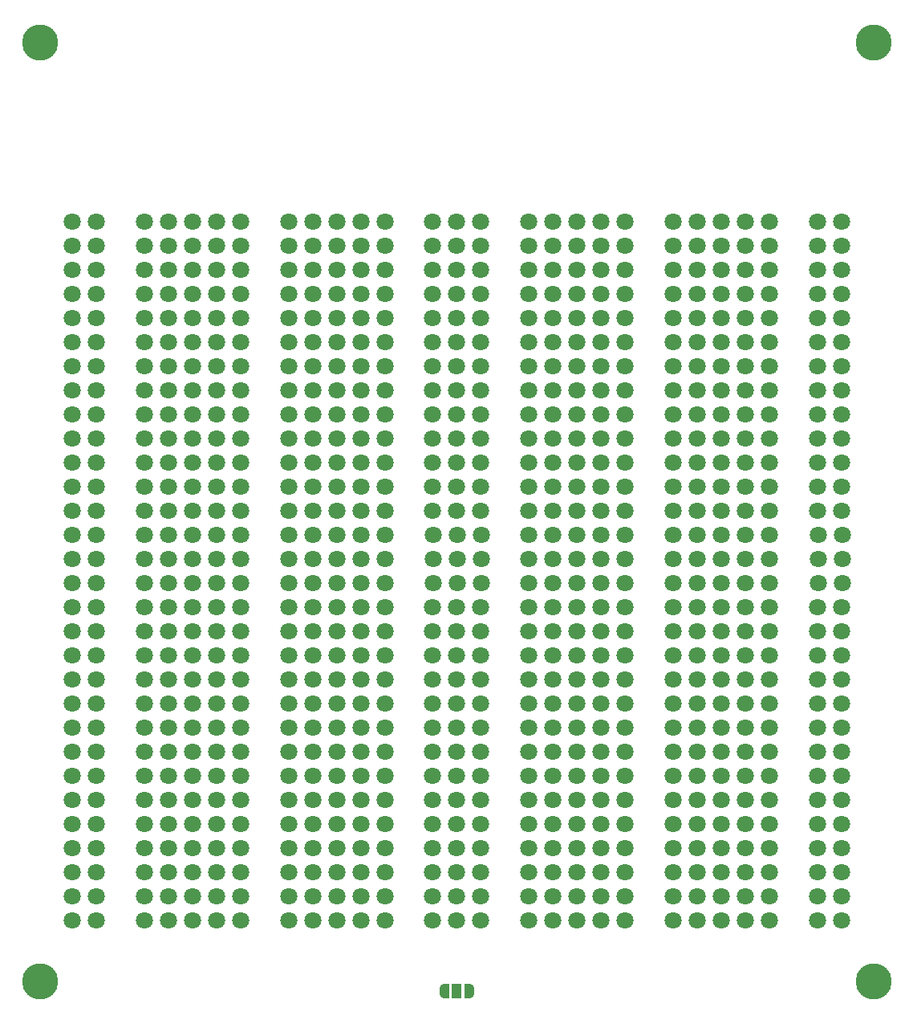
<source format=gts>
G04 #@! TF.GenerationSoftware,KiCad,Pcbnew,8.0.2*
G04 #@! TF.CreationDate,2024-08-26T09:48:12-06:00*
G04 #@! TF.ProjectId,Perfboard_1_Horizontal,50657266-626f-4617-9264-5f315f486f72,rev?*
G04 #@! TF.SameCoordinates,Original*
G04 #@! TF.FileFunction,Soldermask,Top*
G04 #@! TF.FilePolarity,Negative*
%FSLAX46Y46*%
G04 Gerber Fmt 4.6, Leading zero omitted, Abs format (unit mm)*
G04 Created by KiCad (PCBNEW 8.0.2) date 2024-08-26 09:48:12*
%MOMM*%
%LPD*%
G01*
G04 APERTURE LIST*
G04 Aperture macros list*
%AMFreePoly0*
4,1,19,0.550000,-0.750000,0.000000,-0.750000,0.000000,-0.744911,-0.071157,-0.744911,-0.207708,-0.704816,-0.327430,-0.627875,-0.420627,-0.520320,-0.479746,-0.390866,-0.500000,-0.250000,-0.500000,0.250000,-0.479746,0.390866,-0.420627,0.520320,-0.327430,0.627875,-0.207708,0.704816,-0.071157,0.744911,0.000000,0.744911,0.000000,0.750000,0.550000,0.750000,0.550000,-0.750000,0.550000,-0.750000,
$1*%
%AMFreePoly1*
4,1,19,0.000000,0.744911,0.071157,0.744911,0.207708,0.704816,0.327430,0.627875,0.420627,0.520320,0.479746,0.390866,0.500000,0.250000,0.500000,-0.250000,0.479746,-0.390866,0.420627,-0.520320,0.327430,-0.627875,0.207708,-0.704816,0.071157,-0.744911,0.000000,-0.744911,0.000000,-0.750000,-0.550000,-0.750000,-0.550000,0.750000,0.000000,0.750000,0.000000,0.744911,0.000000,0.744911,
$1*%
G04 Aperture macros list end*
%ADD10C,1.803200*%
%ADD11FreePoly0,0.000000*%
%ADD12R,1.000000X1.500000*%
%ADD13FreePoly1,0.000000*%
%ADD14C,2.600000*%
%ADD15C,3.800000*%
G04 APERTURE END LIST*
D10*
X160700000Y-124000000D03*
X135360000Y-126540000D03*
X137900000Y-78280000D03*
X165780000Y-78280000D03*
X188640000Y-80820000D03*
X158160000Y-52880000D03*
X132820000Y-106220000D03*
X148000000Y-83360000D03*
X120120000Y-57960000D03*
X145460000Y-55420000D03*
X140440000Y-85900000D03*
X109960000Y-101140000D03*
X125200000Y-78280000D03*
X115040000Y-70660000D03*
X181020000Y-118920000D03*
X163240000Y-68120000D03*
X181020000Y-65580000D03*
X137900000Y-118920000D03*
X163240000Y-90980000D03*
X186100000Y-55420000D03*
X122660000Y-121460000D03*
X120120000Y-75740000D03*
X122660000Y-60500000D03*
X117580000Y-124000000D03*
X148000000Y-55420000D03*
X132820000Y-108760000D03*
X155620000Y-75740000D03*
X163240000Y-113840000D03*
X107420000Y-80820000D03*
X145520000Y-90980000D03*
X170860000Y-63040000D03*
X155620000Y-55420000D03*
X122660000Y-70660000D03*
X122660000Y-118920000D03*
X186100000Y-78280000D03*
X188640000Y-113840000D03*
X181020000Y-106220000D03*
X178480000Y-126540000D03*
X173400000Y-126540000D03*
X117580000Y-73200000D03*
X120120000Y-111300000D03*
X135360000Y-106220000D03*
X132820000Y-57960000D03*
X155620000Y-108760000D03*
X150540000Y-80820000D03*
X132820000Y-68120000D03*
X137900000Y-88440000D03*
X137900000Y-106220000D03*
X120120000Y-101140000D03*
X148060000Y-90980000D03*
X107420000Y-108760000D03*
X115040000Y-52880000D03*
X109960000Y-70660000D03*
X150600000Y-85900000D03*
X188640000Y-116380000D03*
X173400000Y-101140000D03*
X160700000Y-57960000D03*
X188640000Y-124000000D03*
X178480000Y-101140000D03*
X117580000Y-75740000D03*
X150540000Y-124000000D03*
X150540000Y-116380000D03*
X158160000Y-75740000D03*
X186100000Y-70660000D03*
X188640000Y-63040000D03*
X132820000Y-103680000D03*
X158160000Y-101140000D03*
X137900000Y-113840000D03*
X117580000Y-85900000D03*
X165780000Y-83360000D03*
X148000000Y-121460000D03*
X120120000Y-60500000D03*
X122660000Y-52880000D03*
X122660000Y-75740000D03*
X120120000Y-90980000D03*
X155620000Y-93520000D03*
X150540000Y-93520000D03*
X130280000Y-108760000D03*
X125200000Y-103680000D03*
X115040000Y-88440000D03*
X109960000Y-80820000D03*
X122660000Y-85900000D03*
X165780000Y-124000000D03*
X125200000Y-121460000D03*
X125200000Y-68120000D03*
X120120000Y-113840000D03*
X188640000Y-96060000D03*
X150540000Y-113840000D03*
X178480000Y-75740000D03*
X163240000Y-121460000D03*
X145460000Y-70660000D03*
X140440000Y-52880000D03*
X178480000Y-93520000D03*
X117580000Y-63040000D03*
X122660000Y-96060000D03*
X170860000Y-55420000D03*
X186100000Y-118920000D03*
X107420000Y-126540000D03*
X148000000Y-52880000D03*
X137900000Y-75740000D03*
X148000000Y-103680000D03*
X165780000Y-93520000D03*
X120120000Y-116380000D03*
X137900000Y-90980000D03*
X165780000Y-57960000D03*
X173400000Y-68120000D03*
X120120000Y-88440000D03*
X109960000Y-63040000D03*
X150540000Y-111300000D03*
X178480000Y-121460000D03*
X178480000Y-106220000D03*
X109960000Y-73200000D03*
X181020000Y-90980000D03*
X158160000Y-80820000D03*
X125200000Y-98600000D03*
X160700000Y-118920000D03*
X135360000Y-80820000D03*
X178480000Y-63040000D03*
X145460000Y-63040000D03*
X109960000Y-60500000D03*
X130280000Y-73200000D03*
X175940000Y-70660000D03*
X132820000Y-73200000D03*
X158160000Y-85900000D03*
X163240000Y-70660000D03*
X135360000Y-118920000D03*
X135360000Y-70660000D03*
X186100000Y-96060000D03*
X109960000Y-124000000D03*
X135360000Y-96060000D03*
X188640000Y-57960000D03*
X135360000Y-98600000D03*
X186100000Y-75740000D03*
X140440000Y-70660000D03*
X122660000Y-108760000D03*
X173400000Y-75740000D03*
X188640000Y-83360000D03*
X163240000Y-83360000D03*
X175940000Y-85900000D03*
X115040000Y-111300000D03*
X132820000Y-88440000D03*
X117580000Y-55420000D03*
X140440000Y-98600000D03*
X158160000Y-93520000D03*
X170860000Y-65580000D03*
X150540000Y-121460000D03*
X130280000Y-106220000D03*
X130280000Y-70660000D03*
X122660000Y-57960000D03*
X135360000Y-65580000D03*
X148000000Y-78280000D03*
X137900000Y-101140000D03*
X120120000Y-63040000D03*
X145460000Y-106220000D03*
X160700000Y-55420000D03*
X181020000Y-73200000D03*
X145460000Y-126540000D03*
X148000000Y-118920000D03*
X160700000Y-103680000D03*
X117580000Y-93520000D03*
X135360000Y-93520000D03*
X117580000Y-88440000D03*
X163240000Y-55420000D03*
X173400000Y-113840000D03*
X140440000Y-106220000D03*
X107420000Y-101140000D03*
X140440000Y-57960000D03*
X160700000Y-63040000D03*
X158160000Y-124000000D03*
X150540000Y-73200000D03*
X158160000Y-55420000D03*
X181020000Y-116380000D03*
X122660000Y-116380000D03*
X160700000Y-85900000D03*
X120120000Y-85900000D03*
X115040000Y-126540000D03*
X125200000Y-70660000D03*
X163240000Y-78280000D03*
X178480000Y-113840000D03*
X155620000Y-52880000D03*
X132820000Y-63040000D03*
X160700000Y-106220000D03*
D11*
X146700000Y-134000000D03*
D12*
X148000000Y-134000000D03*
D13*
X149300000Y-134000000D03*
D10*
X173400000Y-108760000D03*
X170860000Y-106220000D03*
X155620000Y-73200000D03*
X140440000Y-96060000D03*
X145460000Y-101140000D03*
X170860000Y-108760000D03*
X120120000Y-121460000D03*
X165780000Y-88440000D03*
X188640000Y-65580000D03*
X188640000Y-73200000D03*
X163240000Y-80820000D03*
X170860000Y-80820000D03*
X148000000Y-80820000D03*
X115040000Y-90980000D03*
X148000000Y-57960000D03*
X115040000Y-103680000D03*
X150600000Y-90980000D03*
X170860000Y-57960000D03*
X130280000Y-55420000D03*
X175940000Y-121460000D03*
X165780000Y-121460000D03*
X173400000Y-98600000D03*
X125200000Y-90980000D03*
X165780000Y-126540000D03*
X173400000Y-124000000D03*
X115040000Y-60500000D03*
X186100000Y-68120000D03*
X158160000Y-73200000D03*
X109960000Y-108760000D03*
X150540000Y-78280000D03*
X115040000Y-85900000D03*
X160700000Y-78280000D03*
X163240000Y-124000000D03*
X175940000Y-68120000D03*
X125200000Y-124000000D03*
X109960000Y-118920000D03*
X117580000Y-80820000D03*
X181020000Y-103680000D03*
X150540000Y-118920000D03*
X122660000Y-80820000D03*
X148000000Y-111300000D03*
X130280000Y-116380000D03*
X165780000Y-80820000D03*
X148000000Y-63040000D03*
X137900000Y-111300000D03*
X170860000Y-113840000D03*
X170860000Y-96060000D03*
X178480000Y-57960000D03*
X158160000Y-116380000D03*
X178480000Y-83360000D03*
X107420000Y-57960000D03*
X107420000Y-96060000D03*
X135360000Y-90980000D03*
X160700000Y-116380000D03*
X120120000Y-65580000D03*
X132820000Y-55420000D03*
X130280000Y-96060000D03*
X148000000Y-126540000D03*
X145460000Y-52880000D03*
X158160000Y-108760000D03*
X122660000Y-68120000D03*
X160700000Y-52880000D03*
X130280000Y-75740000D03*
X178480000Y-68120000D03*
X140440000Y-68120000D03*
X173400000Y-57960000D03*
X173400000Y-96060000D03*
X170860000Y-124000000D03*
X120120000Y-98600000D03*
X137900000Y-93520000D03*
X186160000Y-88440000D03*
X125200000Y-126540000D03*
X140440000Y-55420000D03*
X181020000Y-111300000D03*
X181020000Y-113840000D03*
X130280000Y-93520000D03*
X115040000Y-78280000D03*
X137900000Y-65580000D03*
X117580000Y-116380000D03*
X181020000Y-78280000D03*
X150540000Y-101140000D03*
X137900000Y-80820000D03*
X188700000Y-88440000D03*
X145460000Y-57960000D03*
X140440000Y-83360000D03*
X173400000Y-93520000D03*
X188640000Y-103680000D03*
X115040000Y-101140000D03*
X170860000Y-85900000D03*
X170860000Y-118920000D03*
X109960000Y-83360000D03*
X148000000Y-113840000D03*
X115040000Y-68120000D03*
X165780000Y-96060000D03*
X181020000Y-75740000D03*
X120120000Y-80820000D03*
X155620000Y-124000000D03*
X188640000Y-126540000D03*
X173400000Y-80820000D03*
X130280000Y-88440000D03*
X132820000Y-98600000D03*
X158160000Y-118920000D03*
X173400000Y-116380000D03*
X122660000Y-106220000D03*
X160700000Y-65580000D03*
X178480000Y-60500000D03*
X163240000Y-108760000D03*
X137900000Y-103680000D03*
X115040000Y-113840000D03*
X109960000Y-96060000D03*
X170860000Y-93520000D03*
X132820000Y-126540000D03*
X165780000Y-116380000D03*
X170860000Y-103680000D03*
X148000000Y-65580000D03*
X155620000Y-101140000D03*
X163240000Y-103680000D03*
X170860000Y-68120000D03*
X120120000Y-55420000D03*
X160700000Y-83360000D03*
X132820000Y-65580000D03*
X158160000Y-83360000D03*
X137900000Y-55420000D03*
X150540000Y-75740000D03*
X130280000Y-113840000D03*
X130280000Y-103680000D03*
X181020000Y-101140000D03*
X109960000Y-90980000D03*
X155620000Y-68120000D03*
X178480000Y-65580000D03*
X148000000Y-106220000D03*
X188640000Y-93520000D03*
X107420000Y-60500000D03*
X155620000Y-118920000D03*
X188640000Y-108760000D03*
X148000000Y-101140000D03*
X140440000Y-78280000D03*
X137900000Y-52880000D03*
X115040000Y-121460000D03*
X120120000Y-78280000D03*
X170860000Y-78280000D03*
X130280000Y-98600000D03*
X186100000Y-124000000D03*
X132820000Y-93520000D03*
X186100000Y-57960000D03*
X165780000Y-55420000D03*
D14*
X104000000Y-133000000D03*
D15*
X104000000Y-133000000D03*
D10*
X148000000Y-98600000D03*
X117580000Y-83360000D03*
X170860000Y-60500000D03*
X135360000Y-52880000D03*
X163240000Y-93520000D03*
X140440000Y-75740000D03*
X155620000Y-121460000D03*
X107420000Y-106220000D03*
X109960000Y-57960000D03*
X186100000Y-106220000D03*
X140440000Y-103680000D03*
X135360000Y-55420000D03*
X122660000Y-65580000D03*
X137900000Y-70660000D03*
X145460000Y-60500000D03*
X160700000Y-90980000D03*
X109960000Y-75740000D03*
X173400000Y-88440000D03*
X120120000Y-73200000D03*
X109960000Y-113840000D03*
X186100000Y-65580000D03*
X170860000Y-98600000D03*
X130280000Y-101140000D03*
X137900000Y-85900000D03*
X175940000Y-124000000D03*
X165780000Y-60500000D03*
X107420000Y-73200000D03*
X125200000Y-116380000D03*
X173400000Y-60500000D03*
X137900000Y-108760000D03*
X165780000Y-118920000D03*
X120120000Y-83360000D03*
X181020000Y-85900000D03*
X132820000Y-75740000D03*
X186160000Y-90980000D03*
X115040000Y-65580000D03*
X175940000Y-73200000D03*
X160700000Y-121460000D03*
X137900000Y-83360000D03*
X145460000Y-93520000D03*
X186100000Y-103680000D03*
X107420000Y-113840000D03*
X107420000Y-98600000D03*
X132820000Y-52880000D03*
X145460000Y-116380000D03*
X137900000Y-96060000D03*
X132820000Y-113840000D03*
X120120000Y-70660000D03*
X107420000Y-121460000D03*
X117580000Y-101140000D03*
X125200000Y-93520000D03*
X120120000Y-106220000D03*
X117580000Y-111300000D03*
X135360000Y-108760000D03*
X115040000Y-80820000D03*
X137900000Y-73200000D03*
X155620000Y-57960000D03*
X158160000Y-103680000D03*
X117580000Y-57960000D03*
X173400000Y-73200000D03*
X135360000Y-111300000D03*
X122660000Y-126540000D03*
X135360000Y-68120000D03*
X188640000Y-78280000D03*
X178480000Y-80820000D03*
X135360000Y-78280000D03*
X107420000Y-90980000D03*
X145460000Y-65580000D03*
X140440000Y-108760000D03*
X125200000Y-113840000D03*
X109960000Y-55420000D03*
X188640000Y-68120000D03*
X122660000Y-88440000D03*
X163240000Y-88440000D03*
X165780000Y-70660000D03*
X150540000Y-126540000D03*
X158160000Y-70660000D03*
X120120000Y-93520000D03*
X122660000Y-101140000D03*
X173400000Y-78280000D03*
X163240000Y-57960000D03*
X158160000Y-96060000D03*
X188640000Y-98600000D03*
X150540000Y-68120000D03*
X117580000Y-106220000D03*
X115040000Y-98600000D03*
X107420000Y-111300000D03*
X186100000Y-52880000D03*
X135360000Y-121460000D03*
X178480000Y-90980000D03*
X130280000Y-126540000D03*
X160700000Y-111300000D03*
X158160000Y-65580000D03*
X181020000Y-57960000D03*
X135360000Y-88440000D03*
X170860000Y-116380000D03*
X163240000Y-65580000D03*
X140440000Y-60500000D03*
X181020000Y-80820000D03*
X140440000Y-126540000D03*
X117580000Y-126540000D03*
X158160000Y-106220000D03*
X137900000Y-124000000D03*
X158160000Y-111300000D03*
X160700000Y-108760000D03*
X125200000Y-65580000D03*
X165780000Y-73200000D03*
X130280000Y-60500000D03*
X117580000Y-68120000D03*
X178480000Y-88440000D03*
X132820000Y-85900000D03*
X115040000Y-116380000D03*
X137900000Y-60500000D03*
X188640000Y-70660000D03*
X117580000Y-121460000D03*
X125200000Y-73200000D03*
X125200000Y-106220000D03*
X109960000Y-111300000D03*
X173400000Y-52880000D03*
X135360000Y-63040000D03*
X160700000Y-60500000D03*
X165780000Y-75740000D03*
X117580000Y-108760000D03*
X175940000Y-65580000D03*
X122660000Y-111300000D03*
X165780000Y-101140000D03*
X155620000Y-78280000D03*
X145460000Y-111300000D03*
X145460000Y-75740000D03*
X140440000Y-121460000D03*
X117580000Y-78280000D03*
X175940000Y-57960000D03*
X148000000Y-116380000D03*
X165780000Y-108760000D03*
X135360000Y-83360000D03*
X137900000Y-98600000D03*
X132820000Y-111300000D03*
X175940000Y-90980000D03*
X117580000Y-70660000D03*
X175940000Y-111300000D03*
X132820000Y-124000000D03*
X158160000Y-78280000D03*
X186100000Y-98600000D03*
X175940000Y-118920000D03*
D14*
X192000000Y-34000000D03*
D15*
X192000000Y-34000000D03*
D10*
X120120000Y-118920000D03*
X186100000Y-73200000D03*
X160700000Y-126540000D03*
X160700000Y-68120000D03*
X122660000Y-78280000D03*
X140440000Y-124000000D03*
X158160000Y-126540000D03*
X178480000Y-70660000D03*
X130280000Y-83360000D03*
X158160000Y-113840000D03*
X145520000Y-88440000D03*
X109960000Y-93520000D03*
X122660000Y-63040000D03*
X158160000Y-63040000D03*
X135360000Y-60500000D03*
X140440000Y-65580000D03*
X130280000Y-121460000D03*
X173400000Y-70660000D03*
X163240000Y-118920000D03*
X135360000Y-124000000D03*
X181020000Y-60500000D03*
X186160000Y-85900000D03*
X145460000Y-108760000D03*
X130280000Y-52880000D03*
X155620000Y-83360000D03*
X125200000Y-83360000D03*
X145460000Y-121460000D03*
X148000000Y-70660000D03*
X173400000Y-83360000D03*
X122660000Y-83360000D03*
X158160000Y-57960000D03*
X173400000Y-85900000D03*
X109960000Y-68120000D03*
X155620000Y-96060000D03*
X109960000Y-106220000D03*
X181020000Y-121460000D03*
X150540000Y-70660000D03*
X178480000Y-124000000D03*
X137900000Y-121460000D03*
X132820000Y-80820000D03*
X175940000Y-108760000D03*
X165780000Y-65580000D03*
X178480000Y-85900000D03*
X109960000Y-116380000D03*
X181020000Y-96060000D03*
X145460000Y-68120000D03*
X125200000Y-52880000D03*
X132820000Y-118920000D03*
X140440000Y-116380000D03*
X115040000Y-106220000D03*
X150540000Y-60500000D03*
X125200000Y-111300000D03*
X135360000Y-73200000D03*
X165780000Y-106220000D03*
X155620000Y-88440000D03*
X150540000Y-98600000D03*
X148060000Y-88440000D03*
X165780000Y-113840000D03*
X173400000Y-111300000D03*
X178480000Y-118920000D03*
X145460000Y-73200000D03*
X107420000Y-75740000D03*
X140440000Y-90980000D03*
X140440000Y-88440000D03*
X137900000Y-126540000D03*
X175940000Y-93520000D03*
X155620000Y-126540000D03*
X165780000Y-111300000D03*
X130280000Y-90980000D03*
X160700000Y-70660000D03*
X175940000Y-98600000D03*
X186100000Y-93520000D03*
X148000000Y-68120000D03*
X122660000Y-98600000D03*
X148060000Y-85900000D03*
X163240000Y-63040000D03*
X155620000Y-85900000D03*
X175940000Y-60500000D03*
X120120000Y-126540000D03*
X163240000Y-85900000D03*
X115040000Y-93520000D03*
X170860000Y-75740000D03*
X173400000Y-118920000D03*
X132820000Y-60500000D03*
X120120000Y-96060000D03*
X186100000Y-80820000D03*
X165780000Y-85900000D03*
X145460000Y-98600000D03*
X107420000Y-103680000D03*
X165780000Y-52880000D03*
X117580000Y-113840000D03*
X178480000Y-55420000D03*
X115040000Y-124000000D03*
X130280000Y-80820000D03*
X148000000Y-93520000D03*
X150600000Y-88440000D03*
X109960000Y-52880000D03*
X163240000Y-60500000D03*
X145460000Y-118920000D03*
X175940000Y-88440000D03*
X155620000Y-70660000D03*
X188640000Y-101140000D03*
X173400000Y-63040000D03*
X148000000Y-75740000D03*
X173400000Y-121460000D03*
X170860000Y-52880000D03*
X125200000Y-55420000D03*
X107420000Y-63040000D03*
X132820000Y-83360000D03*
X135360000Y-113840000D03*
X107420000Y-93520000D03*
X155620000Y-98600000D03*
X175940000Y-78280000D03*
X160700000Y-98600000D03*
X135360000Y-103680000D03*
X150540000Y-83360000D03*
X155620000Y-106220000D03*
X109960000Y-85900000D03*
X130280000Y-124000000D03*
X109960000Y-88440000D03*
X175940000Y-83360000D03*
X122660000Y-103680000D03*
X132820000Y-96060000D03*
X165780000Y-103680000D03*
X188700000Y-90980000D03*
X175940000Y-52880000D03*
X107420000Y-52880000D03*
X122660000Y-55420000D03*
X175940000Y-63040000D03*
X181020000Y-55420000D03*
X155620000Y-103680000D03*
X170860000Y-70660000D03*
X181020000Y-63040000D03*
X181020000Y-93520000D03*
X158160000Y-98600000D03*
X178480000Y-103680000D03*
X117580000Y-90980000D03*
X188640000Y-118920000D03*
X181020000Y-52880000D03*
X163240000Y-126540000D03*
X150540000Y-106220000D03*
X188640000Y-111300000D03*
D14*
X104000000Y-34000000D03*
D15*
X104000000Y-34000000D03*
D10*
X148000000Y-96060000D03*
X175940000Y-103680000D03*
X132820000Y-121460000D03*
X173400000Y-55420000D03*
X107420000Y-118920000D03*
X178480000Y-73200000D03*
X160700000Y-93520000D03*
X188640000Y-75740000D03*
X107420000Y-68120000D03*
X117580000Y-52880000D03*
X170860000Y-101140000D03*
X178480000Y-98600000D03*
X186100000Y-101140000D03*
X175940000Y-55420000D03*
X188700000Y-85900000D03*
X109960000Y-103680000D03*
X170860000Y-90980000D03*
X122660000Y-73200000D03*
X107420000Y-124000000D03*
X181020000Y-108760000D03*
X155620000Y-116380000D03*
X155620000Y-80820000D03*
X170860000Y-126540000D03*
X135360000Y-85900000D03*
X170860000Y-88440000D03*
X117580000Y-65580000D03*
X175940000Y-101140000D03*
X173400000Y-90980000D03*
X125200000Y-85900000D03*
X115040000Y-75740000D03*
X150540000Y-63040000D03*
X130280000Y-78280000D03*
X175940000Y-75740000D03*
X155620000Y-65580000D03*
X145520000Y-85900000D03*
X160700000Y-75740000D03*
X140440000Y-93520000D03*
X181020000Y-83360000D03*
X155620000Y-63040000D03*
X107420000Y-83360000D03*
X178480000Y-78280000D03*
X120120000Y-124000000D03*
X165780000Y-63040000D03*
X115040000Y-57960000D03*
X160700000Y-88440000D03*
X178480000Y-111300000D03*
D14*
X192000000Y-133000000D03*
D15*
X192000000Y-133000000D03*
D10*
X155620000Y-90980000D03*
X130280000Y-111300000D03*
X132820000Y-78280000D03*
X115040000Y-83360000D03*
X175940000Y-126540000D03*
X137900000Y-63040000D03*
X175940000Y-113840000D03*
X158160000Y-90980000D03*
X109960000Y-121460000D03*
X107420000Y-55420000D03*
X158160000Y-88440000D03*
X163240000Y-98600000D03*
X160700000Y-73200000D03*
X145460000Y-96060000D03*
X181020000Y-70660000D03*
X140440000Y-101140000D03*
X155620000Y-113840000D03*
X188640000Y-60500000D03*
X120120000Y-52880000D03*
X181020000Y-124000000D03*
X107420000Y-65580000D03*
X140440000Y-118920000D03*
X175940000Y-96060000D03*
X188640000Y-55420000D03*
X117580000Y-60500000D03*
X140440000Y-73200000D03*
X186100000Y-116380000D03*
X163240000Y-106220000D03*
X125200000Y-57960000D03*
X186100000Y-83360000D03*
X155620000Y-60500000D03*
X115040000Y-55420000D03*
X160700000Y-80820000D03*
X107420000Y-85900000D03*
X117580000Y-98600000D03*
X170860000Y-111300000D03*
X165780000Y-90980000D03*
X145460000Y-103680000D03*
X186100000Y-108760000D03*
X178480000Y-108760000D03*
X148000000Y-73200000D03*
X122660000Y-124000000D03*
X117580000Y-96060000D03*
X120120000Y-103680000D03*
X188640000Y-52880000D03*
X145460000Y-124000000D03*
X109960000Y-126540000D03*
X130280000Y-63040000D03*
X125200000Y-118920000D03*
X115040000Y-63040000D03*
X125200000Y-60500000D03*
X186100000Y-60500000D03*
X148000000Y-124000000D03*
X117580000Y-118920000D03*
X175940000Y-106220000D03*
X186100000Y-126540000D03*
X186100000Y-121460000D03*
X148000000Y-108760000D03*
X125200000Y-80820000D03*
X175940000Y-80820000D03*
X158160000Y-121460000D03*
X181020000Y-68120000D03*
X107420000Y-116380000D03*
X186100000Y-111300000D03*
X115040000Y-108760000D03*
X163240000Y-111300000D03*
X125200000Y-75740000D03*
X158160000Y-60500000D03*
X150540000Y-57960000D03*
X140440000Y-80820000D03*
X145460000Y-83360000D03*
X135360000Y-75740000D03*
X163240000Y-75740000D03*
X130280000Y-57960000D03*
X140440000Y-113840000D03*
X109960000Y-98600000D03*
X117580000Y-103680000D03*
X132820000Y-101140000D03*
X181020000Y-126540000D03*
X163240000Y-96060000D03*
X170860000Y-121460000D03*
X170860000Y-73200000D03*
X130280000Y-65580000D03*
X158160000Y-68120000D03*
X125200000Y-108760000D03*
X122660000Y-93520000D03*
X150540000Y-52880000D03*
X150540000Y-108760000D03*
X115040000Y-118920000D03*
X125200000Y-63040000D03*
X186100000Y-113840000D03*
X165780000Y-68120000D03*
X150540000Y-96060000D03*
X150540000Y-103680000D03*
X125200000Y-88440000D03*
X140440000Y-63040000D03*
X160700000Y-96060000D03*
X107420000Y-70660000D03*
X173400000Y-106220000D03*
X175940000Y-116380000D03*
X150540000Y-65580000D03*
X178480000Y-96060000D03*
X140440000Y-111300000D03*
X135360000Y-57960000D03*
X160700000Y-101140000D03*
X120120000Y-68120000D03*
X115040000Y-73200000D03*
X135360000Y-116380000D03*
X163240000Y-73200000D03*
X188640000Y-106220000D03*
X122660000Y-90980000D03*
X132820000Y-90980000D03*
X137900000Y-116380000D03*
X109960000Y-65580000D03*
X137900000Y-57960000D03*
X145460000Y-113840000D03*
X130280000Y-118920000D03*
X155620000Y-111300000D03*
X132820000Y-116380000D03*
X107420000Y-88440000D03*
X107420000Y-78280000D03*
X135360000Y-101140000D03*
X170860000Y-83360000D03*
X122660000Y-113840000D03*
X163240000Y-101140000D03*
X145460000Y-80820000D03*
X148000000Y-60500000D03*
X165780000Y-98600000D03*
X186100000Y-63040000D03*
X178480000Y-116380000D03*
X125200000Y-101140000D03*
X173400000Y-65580000D03*
X163240000Y-116380000D03*
X115040000Y-96060000D03*
X125200000Y-96060000D03*
X130280000Y-68120000D03*
X181020000Y-88440000D03*
X188640000Y-121460000D03*
X120120000Y-108760000D03*
X137900000Y-68120000D03*
X132820000Y-70660000D03*
X173400000Y-103680000D03*
X181020000Y-98600000D03*
X178480000Y-52880000D03*
X163240000Y-52880000D03*
X145460000Y-78280000D03*
X109960000Y-78280000D03*
X130280000Y-85900000D03*
X150540000Y-55420000D03*
X160700000Y-113840000D03*
M02*

</source>
